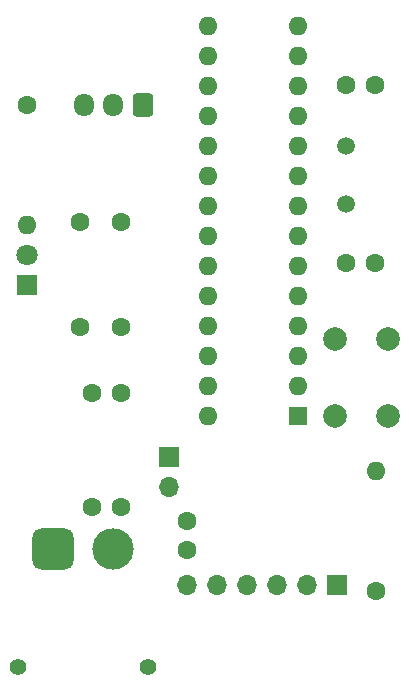
<source format=gbr>
%TF.GenerationSoftware,KiCad,Pcbnew,8.0.9-8.0.9-0~ubuntu24.04.1*%
%TF.CreationDate,2025-04-23T22:26:13+09:00*%
%TF.ProjectId,LedController,4c656443-6f6e-4747-926f-6c6c65722e6b,rev?*%
%TF.SameCoordinates,Original*%
%TF.FileFunction,Soldermask,Bot*%
%TF.FilePolarity,Negative*%
%FSLAX46Y46*%
G04 Gerber Fmt 4.6, Leading zero omitted, Abs format (unit mm)*
G04 Created by KiCad (PCBNEW 8.0.9-8.0.9-0~ubuntu24.04.1) date 2025-04-23 22:26:13*
%MOMM*%
%LPD*%
G01*
G04 APERTURE LIST*
G04 Aperture macros list*
%AMRoundRect*
0 Rectangle with rounded corners*
0 $1 Rounding radius*
0 $2 $3 $4 $5 $6 $7 $8 $9 X,Y pos of 4 corners*
0 Add a 4 corners polygon primitive as box body*
4,1,4,$2,$3,$4,$5,$6,$7,$8,$9,$2,$3,0*
0 Add four circle primitives for the rounded corners*
1,1,$1+$1,$2,$3*
1,1,$1+$1,$4,$5*
1,1,$1+$1,$6,$7*
1,1,$1+$1,$8,$9*
0 Add four rect primitives between the rounded corners*
20,1,$1+$1,$2,$3,$4,$5,0*
20,1,$1+$1,$4,$5,$6,$7,0*
20,1,$1+$1,$6,$7,$8,$9,0*
20,1,$1+$1,$8,$9,$2,$3,0*%
G04 Aperture macros list end*
%ADD10C,1.500000*%
%ADD11C,2.000000*%
%ADD12C,1.600000*%
%ADD13RoundRect,0.250000X0.600000X0.725000X-0.600000X0.725000X-0.600000X-0.725000X0.600000X-0.725000X0*%
%ADD14O,1.700000X1.950000*%
%ADD15C,3.500000*%
%ADD16RoundRect,0.770000X0.980000X0.980000X-0.980000X0.980000X-0.980000X-0.980000X0.980000X-0.980000X0*%
%ADD17C,1.400000*%
%ADD18O,1.600000X1.600000*%
%ADD19R,1.700000X1.700000*%
%ADD20O,1.700000X1.700000*%
%ADD21R,1.600000X1.600000*%
%ADD22R,1.800000X1.800000*%
%ADD23C,1.800000*%
G04 APERTURE END LIST*
D10*
%TO.C,Y1*%
X79050000Y-67125000D03*
X79050000Y-62225000D03*
%TD*%
D11*
%TO.C,SW1*%
X78100000Y-85100000D03*
X78100000Y-78600000D03*
X82600000Y-85100000D03*
X82600000Y-78600000D03*
%TD*%
D12*
%TO.C,0.1\u03BCF*%
X65600000Y-93975000D03*
X65600000Y-96475000D03*
%TD*%
D13*
%TO.C,GND*%
X61850000Y-58775000D03*
D14*
X59350000Y-58775000D03*
X56850000Y-58775000D03*
%TD*%
D15*
%TO.C,J3*%
X59300000Y-96385000D03*
D16*
X54300000Y-96385000D03*
D17*
X51300000Y-106385000D03*
X62300000Y-106385000D03*
%TD*%
D12*
%TO.C,330*%
X52050000Y-58795000D03*
D18*
X52050000Y-68955000D03*
%TD*%
D12*
%TO.C,C5*%
X60050000Y-68650000D03*
X56550000Y-68650000D03*
%TD*%
%TO.C,22pF*%
X79050000Y-57125000D03*
X81550000Y-57125000D03*
%TD*%
%TO.C,C7*%
X60050000Y-77600000D03*
X56550000Y-77600000D03*
%TD*%
%TO.C,0.33\u03BCF*%
X60040000Y-92800000D03*
X57540000Y-92800000D03*
%TD*%
D19*
%TO.C,J1*%
X78340000Y-99420000D03*
D20*
X75800000Y-99420000D03*
X73260000Y-99420000D03*
X70720000Y-99420000D03*
X68180000Y-99420000D03*
X65640000Y-99420000D03*
%TD*%
D12*
%TO.C,22pF*%
X79050000Y-72125000D03*
X81550000Y-72125000D03*
%TD*%
D21*
%TO.C,U2*%
X74995000Y-85100000D03*
D18*
X74995000Y-82560000D03*
X74995000Y-80020000D03*
X74995000Y-77480000D03*
X74995000Y-74940000D03*
X74995000Y-72400000D03*
X74995000Y-69860000D03*
X74995000Y-67320000D03*
X74995000Y-64780000D03*
X74995000Y-62240000D03*
X74995000Y-59700000D03*
X74995000Y-57160000D03*
X74995000Y-54620000D03*
X74995000Y-52080000D03*
X67375000Y-52080000D03*
X67375000Y-54620000D03*
X67375000Y-57160000D03*
X67375000Y-59700000D03*
X67375000Y-62240000D03*
X67375000Y-64780000D03*
X67375000Y-67320000D03*
X67375000Y-69860000D03*
X67375000Y-72400000D03*
X67375000Y-74940000D03*
X67375000Y-77480000D03*
X67375000Y-80020000D03*
X67375000Y-82560000D03*
X67375000Y-85100000D03*
%TD*%
D12*
%TO.C,0.1\u03BCF*%
X60040000Y-83200000D03*
X57540000Y-83200000D03*
%TD*%
%TO.C,10k\u03A9*%
X81650000Y-99935000D03*
D18*
X81650000Y-89775000D03*
%TD*%
D19*
%TO.C,J4*%
X64100000Y-88575000D03*
D20*
X64100000Y-91115000D03*
%TD*%
D22*
%TO.C,+5V*%
X52050000Y-74040000D03*
D23*
X52050000Y-71500000D03*
%TD*%
M02*

</source>
